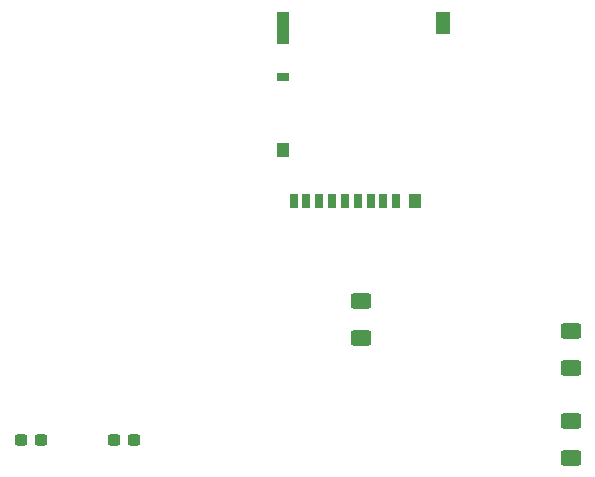
<source format=gbr>
%TF.GenerationSoftware,KiCad,Pcbnew,6.0.2+dfsg-1*%
%TF.CreationDate,2023-10-02T17:07:50+02:00*%
%TF.ProjectId,iop,696f702e-6b69-4636-9164-5f7063625858,rev?*%
%TF.SameCoordinates,Original*%
%TF.FileFunction,Paste,Bot*%
%TF.FilePolarity,Positive*%
%FSLAX46Y46*%
G04 Gerber Fmt 4.6, Leading zero omitted, Abs format (unit mm)*
G04 Created by KiCad (PCBNEW 6.0.2+dfsg-1) date 2023-10-02 17:07:50*
%MOMM*%
%LPD*%
G01*
G04 APERTURE LIST*
G04 Aperture macros list*
%AMRoundRect*
0 Rectangle with rounded corners*
0 $1 Rounding radius*
0 $2 $3 $4 $5 $6 $7 $8 $9 X,Y pos of 4 corners*
0 Add a 4 corners polygon primitive as box body*
4,1,4,$2,$3,$4,$5,$6,$7,$8,$9,$2,$3,0*
0 Add four circle primitives for the rounded corners*
1,1,$1+$1,$2,$3*
1,1,$1+$1,$4,$5*
1,1,$1+$1,$6,$7*
1,1,$1+$1,$8,$9*
0 Add four rect primitives between the rounded corners*
20,1,$1+$1,$2,$3,$4,$5,0*
20,1,$1+$1,$4,$5,$6,$7,0*
20,1,$1+$1,$6,$7,$8,$9,0*
20,1,$1+$1,$8,$9,$2,$3,0*%
G04 Aperture macros list end*
%ADD10RoundRect,0.237500X-0.300000X-0.237500X0.300000X-0.237500X0.300000X0.237500X-0.300000X0.237500X0*%
%ADD11RoundRect,0.250000X-0.625000X0.400000X-0.625000X-0.400000X0.625000X-0.400000X0.625000X0.400000X0*%
%ADD12RoundRect,0.250000X0.625000X-0.400000X0.625000X0.400000X-0.625000X0.400000X-0.625000X-0.400000X0*%
%ADD13R,0.700000X1.200000*%
%ADD14R,1.000000X0.800000*%
%ADD15R,1.000000X2.800000*%
%ADD16R,1.000000X1.200000*%
%ADD17R,1.300000X1.900000*%
G04 APERTURE END LIST*
D10*
%TO.C,C6*%
X83211500Y-149860000D03*
X84936500Y-149860000D03*
%TD*%
D11*
%TO.C,R4*%
X104140000Y-138150000D03*
X104140000Y-141250000D03*
%TD*%
%TO.C,R1*%
X121920000Y-140690000D03*
X121920000Y-143790000D03*
%TD*%
D12*
%TO.C,R2*%
X121920000Y-151410000D03*
X121920000Y-148310000D03*
%TD*%
D10*
%TO.C,C5*%
X75337500Y-149860000D03*
X77062500Y-149860000D03*
%TD*%
D13*
%TO.C,J4*%
X107169000Y-129645000D03*
X106069000Y-129645000D03*
X104969000Y-129645000D03*
X103869000Y-129645000D03*
X102769000Y-129645000D03*
X101669000Y-129645000D03*
X100569000Y-129645000D03*
X99469000Y-129645000D03*
X98519000Y-129645000D03*
D14*
X97569000Y-119145000D03*
D15*
X97569000Y-114995000D03*
D16*
X97569000Y-125345000D03*
X108719000Y-129645000D03*
D17*
X111069000Y-114545000D03*
%TD*%
M02*

</source>
